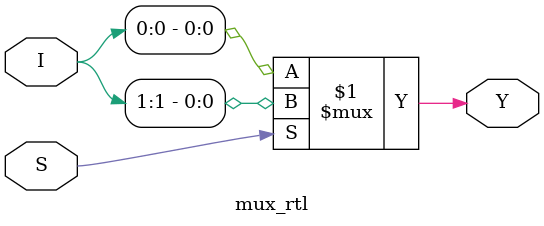
<source format=v>
module mux_rtl(
    input [1:0]I,
    input S,
    output Y
);
    assign Y = S ? I[1]: I[0];
    
endmodule
</source>
